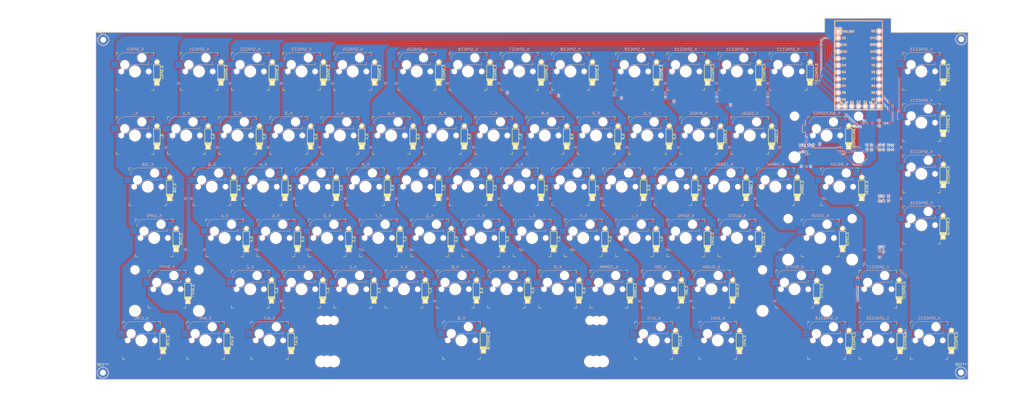
<source format=kicad_pcb>
(kicad_pcb (version 20221018) (generator pcbnew)
  (layers (0 "F.Cu" signal) (31 "B.Cu" signal) (34 "B.Paste" user) (35 "F.Paste" user) (36 "B.SilkS" user "B.Silkscreen") (37 "F.SilkS" user "F.Silkscreen") (38 "B.Mask" user) (39 "F.Mask" user) (44 "Edge.Cuts" user))
  (net 0 "")
  (net 1 "/col16")
  (footprint "keyboard_parts:D_SOD123_axial" (layer "F.Cu") (at 232.32 140.95 90)
    (fp_text reference "D_5")
    (fp_text value "D" hide)
  )
  (footprint "keyboard_parts:D_SOD123_axial" (layer "F.Cu") (at 274.95 198.2 90)
    (fp_text reference "D_N")
    (fp_text value "D" hide)
  )
  (footprint "keyswitches:Kailh_socket_MX_led stab" (layer "F.Cu") (at 383.73625 178.68)
    (fp_text reference "K_ENTER")
    (fp_text value "KEYSW")
  )
  (footprint "keyboard_parts:D_SOD123_axial" (layer "F.Cu") (at 382.45 198.43 90)
    (fp_text reference "D_SHIFT1")
    (fp_text value "D" hide)
  )
  (footprint "keyboard_parts:D_SOD123_axial" (layer "F.Cu") (at 429.5075 117.17 90)
    (fp_text reference "D_SPACE13")
    (fp_text value "D" hide)
  )
  (footprint "keyboard_parts:D_SOD123_axial" (layer "F.Cu") (at 218.0525 117.17 90)
    (fp_text reference "D_SPACE4")
    (fp_text value "D" hide)
  )
  (footprint "keyswitches:Kailh_socket_MX" (layer "F.Cu") (at 290.8675 159.63)
    (fp_text reference "K_I")
    (fp_text value "KEYSW")
  )
  (footprint "keyswitches:Kailh_socket_MX" (layer "F.Cu") (at 338.4925 140.58)
    (fp_text reference "K_MINUS")
    (fp_text value "KEYSW")
  )
  (footprint "keyswitches:Kailh_socket_MX" (layer "F.Cu") (at 295.63 178.68)
    (fp_text reference "K_K")
    (fp_text value "KEYSW")
  )
  (footprint "keyswitches:Kailh_socket_MX" (layer "F.Cu") (at 243.2425 140.58)
    (fp_text reference "K_6")
    (fp_text value "KEYSW")
  )
  (footprint "keyboard_parts:D_SOD123_axial" (layer "F.Cu") (at 203.745 160 90)
    (fp_text reference "D_E")
    (fp_text value "D" hide)
  )
  (footprint "keyboard_parts:D_SOD123_axial" (layer "F.Cu") (at 170.33 179.1 90)
    (fp_text reference "D_A")
    (fp_text value "D" hide)
  )
  (footprint "keyboard_parts:D_SOD123_axial" (layer "F.Cu") (at 194.22 140.95 90)
    (fp_text reference "D_3")
    (fp_text value "D" hide)
  )
  (footprint "keyboard_parts:D_SOD123_axial" (layer "F.Cu") (at 251.37 140.95 90)
    (fp_text reference "D_6")
    (fp_text value "D" hide)
  )
  (footprint "keyboard_parts:D_SOD123_axial" (layer "F.Cu") (at 198.75 198.2 90)
    (fp_text reference "D_X")
    (fp_text value "D" hide)
  )
  (footprint "keyswitches:Kailh_socket_MX" (layer "F.Cu") (at 343.255 197.73)
    (fp_text reference "K_SLASH")
    (fp_text value "KEYSW")
  )
  (footprint "keyboard_parts:D_SOD123_axial" (layer "F.Cu") (at 298.995 160 90)
    (fp_text reference "D_I")
    (fp_text value "D" hide)
  )
  (footprint "keyboard_parts:D_SOD123_axial" (layer "F.Cu") (at 289.47 140.95 90)
    (fp_text reference "D_8")
    (fp_text value "D" hide)
  )
  (footprint "keyboard_parts:D_SOD123_axial" (layer "F.Cu") (at 227.48 179.1 90)
    (fp_text reference "D_F")
    (fp_text value "D" hide)
  )
  (footprint "keyswitches:Kailh_socket_MX" (layer "F.Cu") (at 195.6175 159.63)
    (fp_text reference "K_E")
    (fp_text value "KEYSW")
  )
  (footprint "keyboard_parts:D_SOD123_axial" (layer "F.Cu") (at 284.63 179.1 90)
    (fp_text reference "D_J")
    (fp_text value "D" hide)
  )
  (footprint "keyboard_parts:D_SOD123_axial" (layer "F.Cu") (at 429.4875 136.1875 90)
    (fp_text reference "D_SPACE14")
    (fp_text value "D" hide)
  )
  (footprint "keyswitches:Kailh_socket_MX" (layer "F.Cu") (at 257.53 178.68)
    (fp_text reference "K_H")
    (fp_text value "KEYSW")
  )
  (footprint "keyswitches:Kailh_socket_MX" (layer "F.Cu") (at 271.8175 116.7675)
    (fp_text reference "K_SPACE7")
    (fp_text value "KEYSW")
  )
  (footprint "keyboard_parts:D_SOD123_axial" (layer "F.Cu") (at 217.8 198.2 90)
    (fp_text reference "D_C")
    (fp_text value "D" hide)
  )
  (footprint "keyswitches:Kailh_socket_MX" (layer "F.Cu") (at 147.9925 140.58)
    (fp_text reference "K_1")
    (fp_text value "KEYSW")
  )
  (footprint "keyboard_parts:D_SOD123_axial" (layer "F.Cu") (at 137.07 140.95 90)
    (fp_text reference "D_`")
    (fp_text value "D" hide)
  )
  (footprint "keyswitches:Kailh_socket_MX" (layer "F.Cu") (at 271.8175 159.63)
    (fp_text reference "K_U")
    (fp_text value "KEYSW")
  )
  (footprint "keyswitches:Kailh_socket_MX" (layer "F.Cu") (at 390.88 159.63)
    (fp_text reference "K_BSLSH")
    (fp_text value "KEYSW")
  )
  (footprint "keyboard_parts:D_SOD123_axial" (layer "F.Cu") (at 165.645 160 90)
    (fp_text reference "D_Q")
    (fp_text value "D" hide)
  )
  (footprint "keyboard_parts:D_SOD123_axial" (layer "F.Cu") (at 413.46 216.97 90)
    (fp_text reference "D_SPACE20")
    (fp_text value "D" hide)
  )
  (footprint "keyswitches:Kailh_socket_MX" (layer "F.Cu") (at 250.35 216.76)
    (fp_text reference "K_B")
    (fp_text value "KEYSW")
  )
  (footprint "keyswitches:Kailh_socket_MX" (layer "F.Cu") (at 309.9175 159.63)
    (fp_text reference "K_O")
    (fp_text value "KEYSW")
  )
  (footprint "keyboard_parts:D_SOD123_axial" (layer "F.Cu") (at 329.89 217 90)
    (fp_text reference "D_ALT1")
    (fp_text value "D" hide)
  )
  (footprint "keyswitches:Kailh_socket_MX" (layer "F.Cu") (at 176.5675 159.63)
    (fp_text reference "K_W")
    (fp_text value "KEYSW")
  )
  (footprint "keyswitches:Kailh_socket_MX" (layer "F.Cu") (at 319.4425 140.58)
    (fp_text reference "K_0")
    (fp_text value "KEYSW")
  )
  (footprint "keyswitches:Kailh_socket_MX" (layer "F.Cu") (at 136.08625 178.68)
    (fp_text reference "K_CAPS")
    (fp_text value "KEYSW")
  )
  (footprint "keyswitches:Kailh_socket_MX" (layer "F.Cu") (at 371.83 116.7675)
    (fp_text reference "K_SPACE12")
    (fp_text value "KEYSW")
  )
  (footprint "keyswitches:Kailh_socket_MX" (layer "F.Cu") (at 157.5175 159.63)
    (fp_text reference "K_Q")
    (fp_text value "KEYSW")
  )
  (footprint "keyswitches:Kailh_socket_MX" (layer "F.Cu") (at 214.6675 159.63)
    (fp_text reference "K_R")
    (fp_text value "KEYSW")
  )
  (footprint "keyboard_parts:D_SOD123_axial" (layer "F.Cu") (at 365.67 140.95 90)
    (fp_text reference "D_EQUAL")
    (fp_text value "D" hide)
  )
  (footprint "keyswitches:Kailh_socket_MX" (layer "F.Cu") (at 276.58 178.68)
    (fp_text reference "K_J")
    (fp_text value "KEYSW")
  )
  (footprint "keyboard_parts:D_SOD123_axial" (layer "F.Cu") (at 179.9525 117.17 90)
    (fp_text reference "D_SPACE2")
    (fp_text value "D" hide)
  )
  (footprint "keyswitches:Kailh_socket_MX" (layer "F.Cu") (at 328.9675 159.63)
    (fp_text reference "K_P")
    (fp_text value "KEYSW")
  )
  (footprint "keyswitches:Kailh_socket_MX" (layer "F.Cu") (at 200.38 178.68)
    (fp_text reference "K_D")
    (fp_text value "KEYSW")
  )
  (footprint "keyboard_parts:D_SOD123_axial" (layer "F.Cu") (at 144.25 179.07 90)
    (fp_text reference "D_CAPS")
    (fp_text value "D" hide)
  )
  (footprint "keyswitches:Kailh_socket_MX" (layer "F.Cu") (at 209.905 116.7675)
    (fp_text reference "K_SPACE4")
    (fp_text value "KEYSW")
  )
  (footprint "keyswitches:Kailh_socket_MX" (layer "F.Cu") (at 248.005 197.73)
    (fp_text reference "K_B")
    (fp_text value "KEYSW")
  )
  (footprint "keyswitches:Kailh_socket_MX" (layer "F.Cu") (at 324.205 197.73)
    (fp_text reference "K_DOT")
    (fp_text value "KEYSW")
  )
  (footprint "keyswitches:Kailh_socket_MX" (layer "F.Cu") (at 233.7175 116.7675)
    (fp_text reference "K_SPACE5")
    (fp_text value "KEYSW")
  )
  (footprint "keyboard_parts:D_SOD123_axial" (layer "F.Cu") (at 327.57 140.95 90)
    (fp_text reference "D_0")
    (fp_text value "D" hide)
  )
  (footprint "keyboard_parts:D_SOD123_axial" (layer "F.Cu") (at 303.68 179.1 90)
    (fp_text reference "D_K")
    (fp_text value "D" hide)
  )
  (footprint "keyboard_parts:D_SOD123_axial" (layer "F.Cu") (at 360.9275 117.17 90)
    (fp_text reference "D_SPACE11")
    (fp_text value "D" hide)
  )
  (footprint "keyboard_parts:D_SOD123_axial" (layer "F.Cu") (at 351.15 198.2 90)
    (fp_text reference "D_SLASH")
    (fp_text value "D" hide)
  )
  (footprint "keyboard_parts:D_SOD123_axial" (layer "F.Cu") (at 318.045 160 90)
    (fp_text reference "D_O")
    (fp_text value "D" hide)
  )
  (footprint "keyboard_parts:D_SOD123_axial" (layer "F.Cu") (at 341.78 179.1 90)
    (fp_text reference "D_SEMIC")
    (fp_text value "D" hide)
  )
  (footprint "keyboard_parts:D_SOD123_axial" (layer "F.Cu") (at 265.58 179.1 90)
    (fp_text reference "D_H")
    (fp_text value "D" hide)
  )
  (footprint "keyboard_parts:D_SOD123_axial" (layer "F.Cu") (at 294 198.2 90)
    (fp_text reference "D_M")
    (fp_text value "D" hide)
  )
  (footprint "keyboard_parts:D_SOD123_axial" (layer "F.Cu") (at 199.0025 117.17 90)
    (fp_text reference "D_SPACE3")
    (fp_text value "D" hide)
  )
  (footprint "keyswitches:Kailh_socket_MX" (layer "F.Cu") (at 181.33 178.68)
    (fp_text reference "K_S")
    (fp_text value "KEYSW")
  )
  (footprint "keyswitches:Kailh_socket_MX" (layer "F.Cu") (at 152.755 116.7675)
    (fp_text reference "K_SPACE1")
    (fp_text value "KEYSW")
  )
  (footprint "keyswitches:Kailh_socket_MX" (layer "F.Cu") (at 190.855 116.7675)
    (fp_text reference "K_SPACE3")
    (fp_text value "KEYSW")
  )
  (footprint "keyswitches:Kailh_socket_MX" (layer "F.Cu") (at 367.0675 159.63)
    (fp_text reference "K_OBRAC")
    (fp_text value "KEYSW")
  )
  (footprint "MountingHole:MountingHole_2.2mm_M2_DIN965_Pad" (layer "F.Cu") (at 117.11 105.01)
    (fp_text reference "REF**")
    (fp_text value "MountingHole_2.2mm_M2_DIN965_Pad")
  )
  (footprint "keyswitches:Kailh_socket_MX" (layer "F.Cu") (at 167.0425 140.58)
    (fp_text reference "K_2")
    (fp_text value "KEYSW")
  )
  (footprint "keyboard_parts:D_SOD123_axial" (layer "F.Cu") (at 360.83 179.1 90)
    (fp_text reference "D_QUOTE")
    (fp_text value "D" hide)
  )
  (footprint "keyboard_parts:D_SOD123_axial" (layer "F.Cu") (at 148.63 198.3 90)
    (fp_text reference "D_SHIFT")
    (fp_text value "D" hide)
  )
  (footprint "keyboard_parts:D_SOD123_axial" (layer "F.Cu") (at 394.41 216.97 90)
    (fp_text reference "D_SPACE19")
    (fp_text value "D" hide)
  )
  (footprint "keyboard_parts:D_SOD123_axial" (layer "F.Cu") (at 337.095 160 90)
    (fp_text reference "D_P")
    (fp_text value "D" hide)
  )
  (footprint "keyswitches:Kailh_socket_MX" (layer "F.Cu") (at 190.855 197.73)
    (fp_text reference "K_X")
    (fp_text value "KEYSW")
  )
  (footprint "keyboard_parts:D_SOD123_axial" (layer "F.Cu") (at 139.39 217 90)
    (fp_text reference "D_CTRL")
    (fp_text value "D" hide)
  )
  (footprint "keyswitches:Kailh_socket_MX" (layer "F.Cu") (at 186.0925 140.58)
    (fp_text reference "K_3")
    (fp_text value "KEYSW")
  )
  (footprint "keyswitches:Kailh_socket_MX" (layer "F.Cu") (at 155.13625 216.78)
    (fp_text reference "K_WIN")
    (fp_text value "KEYSW")
  )
  (footprint "keyboard_parts:D_SOD123_axial" (layer "F.Cu") (at 179.7 198.2 90)
    (fp_text reference "D_Z")
    (fp_text value "D" hide)
  )
  (footprint "keyswitches:Kailh_socket_MX" (layer "F.Cu") (at 178.94875 216.78)
    (fp_text reference "K_ALT")
    (fp_text value "KEYSW")
  )
  (footprint "keyboard_parts:D_SOD123_axial" (layer "F.Cu") (at 184.695 160 90)
    (fp_text reference "D_W")
    (fp_text value "D" hide)
  )
  (footprint "keyboard_parts:D_SOD123_axial" (layer "F.Cu") (at 299.015 117.17 90)
    (fp_text reference "D_SPACE8")
    (fp_text value "D" hide)
  )
  (footprint "MX_Alps_Hybrid-master:MXOnly-6.25U-NoSwitch" (layer "F.Cu") (at 248.15 216.33)
    (fp_text reference "REF**")
    (fp_text value "6.25U")
  )
  (footprint "keyswitches:Kailh_socket_MX" (layer "F.Cu") (at 405.1675 197.73)
    (fp_text reference "K_SPACE17")
    (fp_text value "KEYSW")
  )
  (footprint "keyboard_parts:D_SOD123_axial" (layer "F.Cu") (at 341.8775 117.17 90)
    (fp_text reference "D_SPACE10")
    (fp_text value "D" hide)
  )
  (footprint "keyboard_parts:D_SOD123_axial" (layer "F.Cu") (at 353.7025 217 90)
    (fp_text reference "D_WIN1")
    (fp_text value "D" hide)
  )
  (footprint "keyswitches:Kailh_socket_MX_led stab" (layer "F.Cu") (at 374.21125 197.73)
    (fp_text reference "K_SHIFT1")
    (fp_text value "KEYSW")
  )
  (footprint "keyboard_parts:D_SOD123_axial" (layer "F.Cu") (at 236.85 198.2 90)
    (fp_text reference "D_V")
    (fp_text value "D" hide)
  )
  (footprint "keyswitches:Kailh_socket_MX" (layer "F.Cu") (at 133.705 159.63)
    (fp_text reference "K_TAB")
    (fp_text value "KEYSW")
  )
  (footprint "keyboard_parts:D_SOD123_axial" (layer "F.Cu") (at 189.38 179.1 90)
    (fp_text reference "D_S")
    (fp_text value "D" hide)
  )
  (footprint "keyboard_parts:D_SOD123_axial" (layer "F.Cu") (at 246.53 179.1 90)
    (fp_text reference "D_G")
    (fp_text value "D" hide)
  )
  (footprint "keyboard_parts:D_SOD123_axial" (layer "F.Cu") (at 241.865 117.17 90)
    (fp_text reference "D_SPACE5")
    (fp_text value "D" hide)
  )
  (footprint "keyswitches:Kailh_socket_MX" (layer "F.Cu") (at 224.1925 140.58)
    (fp_text reference "K_5")
    (fp_text value "KEYSW")
  )
  (footprint "keyboard_parts:D_SOD123_axial" (layer "F.Cu") (at 258.5 216.79 90)
    (fp_text reference "D_SPACE18")
    (fp_text value "D" hide)
  )
  (footprint "keyboard_parts:D_SOD123_axial" (layer "F.Cu") (at 141.86 160.06 90)
    (fp_text reference "D_TAB")
    (fp_text value "D" hide)
  )
  (footprint "keyswitches:Kailh_socket_MX" (layer "F.Cu") (at 421.36 154.8675)
    (fp_text reference "K_SPACE15")
    (fp_text value "KEYSW")
  )
  (footprint "keyboard_parts:D_SOD123_axial" (layer "F.Cu") (at 260.895 160 90)
    (fp_text reference "D_Y")
    (fp_text value "D" hide)
  )
  (footprint "keyswitches:Kailh_socket_MX" (layer "F.Cu") (at 252.7675 116.7675)
    (fp_text reference "K_SPACE6")
    (fp_text value "KEYSW")
  )
  (footprint "keyswitches:Kailh_socket_MX" (layer "F.Cu") (at 209.905 197.73)
    (fp_text reference "K_C")
    (fp_text value "KEYSW")
  )
  (footprint "keyboard_parts:D_SOD123_axial" (layer "F.Cu") (at 175.17 140.95 90)
    (fp_text reference "D_2")
    (fp_text value "D" hide)
  )
  (footprint "MountingHole:MountingHole_2.2mm_M2_DIN965_Pad" (layer "F.Cu") (at 436.07 228.7)
    (fp_text reference "REF**")
    (fp_text value "MountingHole_2.2mm_M2_DIN965_Pad")
  )
  (footprint "MountingHole:MountingHole_2.2mm_M2_DIN965_Pad" (layer "F.Cu") (at 117.02 228.77)
    (fp_text reference "REF**")
    (fp_text value "MountingHole_2.2mm_M2_DIN965_Pad")
  )
  (footprint "keyboard_parts:D_SOD123_axial" (layer "F.Cu") (at 163.2025 217 90)
    (fp_text reference "D_WIN")
    (fp_text value "D" hide)
  )
  (footprint "keyboard_parts:D_SOD123_axial" (layer "F.Cu") (at 255.9 198.2 90)
    (fp_text reference "D_B")
    (fp_text value "D" hide)
  )
  (footprint "keyswitches:Kailh_socket_MX" (layer "F.Cu") (at 421.36 116.7675)
    (fp_text reference "K_SPACE13")
    (fp_text value "KEYSW")
  )
  (footprint "keyboard_parts:D_SOD123_axial" (layer "F.Cu") (at 356.145 160 90)
    (fp_text reference "D_CBRAC")
    (fp_text value "D" hide)
  )
  (footprint "keyswitches:Kailh_socket_MX" (layer "F.Cu") (at 421.36 173.9175)
    (fp_text reference "K_SPACE16")
    (fp_text value "KEYSW")
  )
  (footprint "keyswitches:Kailh_socket_MX" (layer "F.Cu") (at 171.805 116.7675)
    (fp_text reference "K_SPACE2")
    (fp_text value "KEYSW")
  )
  (footprint "keyboard_parts:D_SOD123_axial" (layer "F.Cu") (at 332.1 198.2 90)
    (fp_text reference "D_DOT")
    (fp_text value "D" hide)
  )
  (footprint "keyswitches:Kailh_socket_MX" (layer "F.Cu") (at 314.68 116.7675)
    (fp_text reference "K_SPACE9")
    (fp_text value "KEYSW")
  )
  (footprint "keyswitches:Kailh_socket_MX" (layer "F.Cu") (at 352.78 116.7675)
    (fp_text reference "K_SPACE11")
    (fp_text value "KEYSW")
  )
  (footprint "keyswitches:Kailh_socket_MX" (layer "F.Cu") (at 421.36 135.8175)
    (fp_text reference "K_SPACE14")
    (fp_text value "KEYSW")
  )
  (footprint "keyboard_parts:D_SOD123_axial" (layer "F.Cu") (at 241.845 160 90)
    (fp_text reference "D_T")
    (fp_text value "D" hide)
  )
  (footprint "keyswitches:Kailh_socket_MX" (layer "F.Cu") (at 424.2175 216.78)
    (fp_text reference "K_SPACE21")
    (fp_text value "KEYSW")
  )
  (footprint "keyboard_parts:D_SOD123_axial" (layer "F.Cu") (at 208.43 179.1 90)
    (fp_text reference "D_D")
    (fp_text value "D" hide)
  )
  (footprint "keyswitches:Kailh_socket_MX" (layer "F.Cu") (at 262.2925 140.58)
    (fp_text reference "K_7")
    (fp_text value "KEYSW")
  )
  (footprint "keyswitches:Kailh_socket_MX" (layer "F.Cu") (at 290.8675 116.7675)
    (fp_text reference "K_SPACE8")
    (fp_text value "KEYSW")
  )
  (footprint "MountingHole:MountingHole_2.2mm_M2_DIN965_Pad" (layer "F.Cu") (at 436.18 104.79)
    (fp_text reference "REF**")
    (fp_text value "MountingHole_2.2mm_M2_DIN965_Pad")
  )
  (footprint "keyswitches:Kailh_socket_MX" (layer "F.Cu") (at 352.78 178.68)
    (fp_text reference "K_QUOTE")
    (fp_text value "KEYSW")
  )
  (footprint "keyboard_parts:D_SOD123_axial" (layer "F.Cu") (at 137.09 117.17 90)
    (fp_text reference "D_SPACE")
    (fp_text value "D" hide)
  )
  (footprint "keyswitches:Kailh_socket_MX" (layer "F.Cu") (at 357.5425 140.58)
    (fp_text reference "K_EQUAL")
    (fp_text value "KEYSW")
  )
  (footprint "keyswitches:Kailh_socket_MX" (layer "F.Cu") (at 314.68 178.68)
    (fp_text reference "K_L")
    (fp_text value "KEYSW")
  )
  (footprint "keyswitches:Kailh_socket_MX" (layer "F.Cu") (at 228.955 197.73)
    (fp_text reference "K_V")
    (fp_text value "KEYSW")
  )
  (footprint "keyboard_parts:D_SOD123_axial" (layer "F.Cu") (at 392.06 179.1 90)
    (fp_text reference "D_ENTER")
    (fp_text value "D" hide)
  )
  (footprint "keyboard_parts:D_SOD123_axial" (layer "F.Cu") (at 156.12 140.95 90)
    (fp_text reference "D_1")
    (fp_text value "D" hide)
  )
  (footprint "keyboard_parts:D_SOD123_axial" (layer "F.Cu") (at 279.965 117.17 90)
    (fp_text reference "D_SPACE7")
    (fp_text value "D" hide)
  )
  (footprint "keyswitches:Kailh_socket_MX" (layer "F.Cu") (at 345.63625 216.78)
    (fp_text reference "K_WIN1")
    (fp_text value "KEYSW")
  )
  (footprint "keyboard_parts:D_SOD123_axial" (layer "F.Cu") (at 222.795 160 90)
    (fp_text reference "D_R")
    (fp_text value "D" hide)
  )
  (footprint "keyswitches:Kailh_socket_MX" (layer "F.Cu") (at 171.805 197.73)
    (fp_text reference "K_Z")
    (fp_text value "KEYSW")
  )
  (footprint "keyboard_parts:D_SOD123_axial" (layer "F.Cu") (at 413.0625 198.2 90)
    (fp_text reference "D_SPACE17")
    (fp_text value "D" hide)
  )
  (footprint "keyswitches:Kailh_socket_MX" (layer "F.Cu") (at 321.82375 216.78)
    (fp_text reference "K_ALT1")
    (fp_text value "KEYSW")
  )
  (footprint "keyswitches:Kailh_socket_MX_led stab" (layer "F.Cu") (at 140.84875 197.73)
    (fp_text reference "K_SHIFT")
    (fp_text value "KEYSW")
  )
  (footprint "keyboard_parts:D_SOD123_axial" (layer "F.Cu") (at 313.05 198.2 90)
    (fp_text reference "D_COMMA")
    (fp_text value "D" hide)
  )
  (footprint "keyboard_parts:D_SOD123_axial" (layer "F.Cu") (at 213.27 140.95 90)
    (fp_text reference "D_4")
    (fp_text value "D" hide)
  )
  (footprint "keyboard_parts:D_SOD123_axial" (layer "F.Cu") (at 394.34 140.87 90)
    (fp_text reference "D_BACKSPACE")
    (fp_text value "D" hide)
  )
  (footprint "MX_Alps_Hybrid-master:MXOnly-6.25U-NoSwitch" (layer "F.Cu") (at 252.9699 216.325)
    (fp_text reference "REF**")
    (fp_text value "6.25U")
  )
  (footprint "keyswitches:Kailh_socket_MX" (layer "F.Cu") (at 267.055 197.73)
    (fp_text reference "K_N")
    (fp_text value "KEYSW")
  )
  (footprint "keyboard_parts:D_SOD123_axial" (layer "F.Cu") (at 429.4875 155.2375 90)
    (fp_text reference "D_SPACE15")
    (fp_text value "D" hide)
  )
  (footprint "keyboard_parts:D_SOD123_axial" (layer "F.Cu") (at 270.42 140.95 90)
    (fp_text reference "D_7")
    (fp_text value "D" hide)
  )
  (footprint "keyswitches:Kailh_socket_MX" (layer "F.Cu") (at 386.1175 216.78)
    (fp_text reference "K_SPACE19")
    (fp_text value "KEYSW")
  )
  (footprint "marbastlib-mx:STAB_MX_6u" (layer "F.Cu") (at 250.38625 216.78)
    (fp_text reference "K_SPACE18" hide)
    (fp_text value "KEYSW")
  )
  (footprint "keyswitches:Kailh_socket_MX" (layer "F.Cu") (at 131.32375 216.78)
    (fp_text reference "K_CTRL")
    (fp_text value "KEYSW")
  )
  (footprint "keyswitches:Kailh_socket_MX" (layer "F.Cu") (at 333.73 116.7675)
    (fp_text reference "K_SPACE10")
    (fp_text value "KEYSW")
  )
  (footprint "keyboard_parts:D_SOD123_axial" (layer "F.Cu") (at 429.41 174.3375 90)
    (fp_text reference "D_SPACE16")
    (fp_text value "D" hide)
  )
  (footprint "keyboard_parts:D_SOD123_axial" (layer "F.Cu") (at 379.9775 117.17 90)
    (fp_text reference "D_SPACE12")
    (fp_text value "D" hide)
  )
  (footprint "keyswitches:Kailh_socket_MX" (layer "F.Cu") (at 333.73 178.68)
    (fp_text reference "K_SEMIC")
    (fp_text value "KEYSW")
  )
  (footprint "keyswitches:Kailh_socket_MX" (layer "F.Cu") (at 305.155 197.73)
    (fp_text reference "K_COMMA")
    (fp_text value "KEYSW")
  )
  (footprint "keyswitches:Kailh_socket_MX" (layer "F.Cu") (at 233.7175 159.63)
    (fp_text reference "K_T")
    (fp_text value "KEYSW")
  )
  (footprint "keyboard_parts:D_SOD123_axial" (layer "F.Cu") (at 322.73 179.1 90)
    (fp_text reference "D_L")
    (fp_text value "D" hide)
  )
  (footprint "keyboard_parts:D_SOD123_axial" (layer "F.Cu") (at 322.8275 117.17 90)
    (fp_text reference "D_SPACE9")
    (fp_text value "D" hide)
  )
  (footprint "keyswitches:Kailh_socket_MX" (layer "F.Cu") (at 205.1425 140.58)
    (fp_text reference "K_4")
    (fp_text value "KEYSW")
  )
  (footprint "keyswitches:Kailh_socket_MX" (layer "F.Cu") (at 405.1675 216.78)
    (fp_text reference "K_SPACE20")
    (fp_text value "KEYSW")
  )
  (footprint "keyboard_parts:D_SOD123_axial" (layer "F.Cu") (at 375.195 160 90)
    (fp_text reference "D_OBRAC")
    (fp_text value "D" hide)
  )
  (footprint "keyboard_parts:D_SOD123_axial" (layer "F.Cu") (at 399.2 160.03 90)
    (fp_text reference "D_BSLSH")
    (fp_text value "D" hide)
  )
  (footprint "keyswitches:Kailh_socket_MX" (layer "F.Cu") (at 286.105 197.73)
    (fp_text reference "K_M")
    (fp_text value "KEYSW")
  )
  (footprint "keyboard_parts:D_SOD123_axial" (layer "F.Cu") (at 187.015 217 90)
    (fp_text reference "D_ALT")
    (fp_text value "D" hide)
  )
  (footprint "keyboard_parts:D_SOD123_axial" (layer "F.Cu") (at 279.945 160 90)
    (fp_text reference "D_U")
    (fp_text value "D" hide)
  )
  (footprint "keyswitches:Kailh_socket_MX" (layer "F.Cu") (at 128.9425 116.7675)
    (fp_text reference "K_SPACE")
    (fp_text value "KEYSW")
  )
  (footprint "keyboard_parts:D_SOD123_axial" (layer "F.Cu") (at 308.52 140.95 90)
    (fp_text reference "D_9")
    (fp_text value "D" hide)
  )
  (footprint "keyboard_parts:D_SOD123_axial" (layer "F.Cu") (at 432.51 216.97 90)
    (fp_text reference "D_SPACE21")
    (fp_text value "D" hide)
  )
  (footprint "keyboard_parts:D_SOD123_axial" (layer "F.Cu") (at 346.62 140.95 90)
    (fp_text reference "D_MINUS")
    (fp_text value "D" hide)
  )
  (footprint "keyswitches:Kailh_socket_MX" (layer "F.Cu") (at 348.0175 159.63)
    (fp_text reference "K_CBRAC")
    (fp_text value "KEYSW")
  )
  (footprint "keyswitches:Kailh_socket_MX" (layer "F.Cu") (at 281.3425 140.58)
    (fp_text reference "K_8")
    (fp_text value "KEYSW")
  )
  (footprint "keyswitches:Kailh_socket_MX" (layer "F.Cu") (at 219.43 178.68)
    (fp_text reference "K_F")
    (fp_text value "KEYSW")
  )
  (footprint "keyswitches:Kailh_socket_MX" (layer "F.Cu") (at 252.7675 159.63)
    (fp_text reference "K_Y")
    (fp_text value "KEYSW")
  )
  (footprint "keyswitches:Kailh_socket_MX" (layer "F.Cu") (at 300.3925 140.58)
    (fp_text reference "K_9")
    (fp_text value "KEYSW")
  )
  (footprint "keyboard_parts:D_SOD123_axial" (layer "F.Cu") (at 260.915 117.17 90)
    (fp_text reference "D_SPACE6")
    (fp_text value "D" hide)
  )
  (footprint "keyboard_parts:D_SOD123_axial" (layer "F.Cu") (at 160.9025 117.17 90)
    (fp_text reference "D_SPACE1")
    (fp_text value "D" hide)
  )
  (footprint "keyswitches:Kailh_socket_MX" (layer "F.Cu") (at 162.28 178.68)
    (fp_text reference "K_A")
    (fp_text value "KEYSW")
  )
  (footprint "keyswitches:Kailh_socket_MX" (layer "F.Cu") (at 128.9425 140.58)
    (fp_text reference "K_`")
    (fp_text value "KEYSW")
  )
  (footprint "keyswitches:Kailh_socket_MX_led stab" (layer "F.Cu") (at 386.1175 140.58)
    (fp_text reference "K_BACKSPACE")
    (fp_text value "KEYSW")
  )
  (footprint "keyswitches:Kailh_socket_MX" (layer "F.Cu") (at 238.48 178.68)
    (fp_text reference "K_G")
    (fp_text value "KEYSW")
  )
  (footprint "Keebio-Parts:Elite-C" (layer "F.Cu") (at 398 115.74 -90)
    (fp_text reference "U1" hide)
    (fp_text value "Elite-C" hide)
  )
  (gr_line (start 385.36 97.04) (end 410.1 97.02) (stroke (width 0.2)) (layer "Edge.Cuts"))
  (gr_line (start 410.1 97.02) (end 410.08 102.27) (stroke (width 0.2)) (layer "Edge.Cuts"))
  (gr_arc (start 438.7425 231.305) (mid 438.7425 231.305) (end 438.7425 231.305) (stroke (width 0.2)) (layer "Edge.Cuts"))
  (gr_arc (start 114.4175 102.2425) (mid 114.4175 102.2425) (end 114.4175 102.2425) (stroke (width 0.2)) (layer "Edge.Cuts"))
  (gr_arc (start 114.4175 231.305) (mid 114.4175 231.305) (end 114.4175 231.305) (stroke (width 0.2)) (layer "Edge.Cuts"))
  (gr_line (start 438.7425 102.2425) (end 438.7425 231.305) (stroke (width 0.2)) (layer "Edge.Cuts"))
  (gr_line (start 410.08 102.27) (end 438.7425 102.2425) (stroke (width 0.2)) (layer "Edge.Cuts"))
  (gr_line (start 385.36 102.19) (end 114.4175 102.2425) (stroke (width 0.2)) (layer "Edge.Cuts"))
  (gr_line (start 114.4175 231.305) (end 114.4175 102.2425) (stroke (width 0.2)) (layer "Edge.Cuts"))
  (gr_line (start 438.7425 231.305) (end 114.4175 231.305) (stroke (width 0.2)) (layer "Edge.Cuts"))
  (gr_line (start 385.36 102.19) (end 385.36 97.04) (stroke (width 0.2)) (layer "Edge.Cuts"))
  (segment (start 384.08 105.22) (end 384.1 105.22) (width 0.2) (layer "F.Cu") (net 0))
  (segment (start 376.26 142.86) (end 376.49 143.09) (width 0.25) (layer "F.Cu") (net 0))
  (segment (start 377.35 140.4) (end 377.35 129.46) (width 0.25) (layer "F.Cu") (net 0))
  (segment (start 377.62 146.45) (end 400.6 146.45) (width 0.25) (layer "F.Cu") (net 0))
  (segment (start 396.6 99.27) (end 391.56 104.31) (width 0.2) (layer "F.Cu") (net 0))
  (segment (start 412.13 164.03) (end 422.71 164.03) (width 0.25) (layer "F.Cu") (net 0))
  (segment (start 400.54 131.04) (end 400.54 129.71) (width 0.25) (layer "F.Cu") (net 0))
  (segment (start 431.26 121.07) (end 431.91 120.42) (width 0.2) (layer "F.Cu") (net 0))
  (segment (start 405.87 185.75) (end 408.43 185.75) (width 0.25) (layer "F.Cu") (net 0))
  (segment (start 381.97 143.73) (end 383.57 143.73) (width 0.25) (layer "F.Cu") (net 0))
  (segment (start 408.71 101.7) (end 406.28 99.27) (width 0.2) (layer "F.Cu") (net 0))
  (segment (start 378.05 128.53) (end 378.05 139.81) (width 0.25) (layer "F.Cu") (net 0))
  (segment (start 376.04 130.75) (end 376.28 130.99) (width 0.25) (layer "F.Cu") (net 0))
  (segment (start 402.8 147.66) (end 402.8 145.95) (width 0.25) (layer "F.Cu") (net 0))
  (segment (start 385.01 104.31) (end 390.38 104.31) (width 0.2) (layer "F.Cu") (net 0))
  (segment (start 162.78 202.13) (end 162.71 202.2) (width 0.25) (layer "F.Cu") (net 0))
  (segment (start 415.58 221.18) (end 144.53 221.18) (width 0.25) (layer "F.Cu") (net 0))
  (segment (start 391.56 104.31) (end 390.38 104.31) (width 0.2) (layer "F.Cu") (net 0))
  (segment (start 407.07 163.02) (end 407.27 162.82) (width 0.2) (layer "F.Cu") (net 0))
  (segment (start 399.17 151.29) (end 400.45 150.01) (width 0.25) (layer "F.Cu") (net 0))
  (segment (start 412.13 164.03) (end 410.68 162.58) (width 0.25) (layer "F.Cu") (net 0))
  (segment (start 138.9675 121.1675) (end 138.87 121.07) (width 0.25) (layer "F.Cu") (net 0))
  (segment (start 409.18 144.04) (end 409.18 120.57) (width 0.25) (layer "F.Cu") (net 0))
  (segment (start 410.24 183.08) (end 422.53 183.08) (width 0.25) (layer "F.Cu") (net 0))
  (segment (start 162.71 202.2) (end 148.63 202.2) (width 0.25) (layer "F.Cu") (net 0))
  (segment (start 138.87 121.07) (end 137.09 121.07) (width 0.25) (layer "F.Cu") (net 0))
  (segment (start 376.75 127.23) (end 378.05 128.53) (width 0.25) (layer "F.Cu") (net 0))
  (segment (start 376.78 141.25) (end 376.78 130.25) (width 0.25) (layer "F.Cu") (net 0))
  (segment (start 413.0625 202.1) (end 394.92 202.1) (width 0.2) (layer "F.Cu") (net 0))
  (segment (start 377.24 142.55) (end 377.68 142.99) (width 0.25) (layer "F.Cu") (net 0))
  (segment (start 406.28 99.27) (end 396.6 99.27) (width 0.2) (layer "F.Cu") (net 0))
  (segment (start 410.68 162.58) (end 410.68 145.86) (width 0.25) (layer "F.Cu") (net 0))
  (segment (start 401.16 144) (end 401.16 131.66) (width 0.25) (layer "F.Cu") (net 0))
  (segment (start 422.71 164.03) (end 427.6025 159.1375) (width 0.25) (layer "F.Cu") (net 0))
  (segment (start 427.3725 178.2375) (end 429.41 178.2375) (width 0.25) (layer "F.Cu") (net 0))
  (segment (start 373.2 126.67) (end 309.85 126.67) (width 0.25) (layer "F.Cu") (net 0))
  (segment (start 148.4225 163.96) (end 141.86 163.96) (width 0.25) (layer "F.Cu") (net 0))
  (segment (start 400.6 146.45) (end 401.16 145.89) (width 0.25) (layer "F.Cu") (net 0))
  (segment (start 144.25 220.9) (end 139.39 220.9) (width 0.25) (layer "F.Cu") (net 0))
  (segment (start 397.35 137.18) (end 397.35 135.73) (width 0.25) (layer "F.Cu") (net 0))
  (segment (start 384.08 105.22) (end 384.06 105.24) (width 0.25) (layer "F.Cu") (net 0))
  (segment (start 405.63 137.01) (end 405.69 137.07) (width 0.25) (layer "F.Cu") (net 0))
  (segment (start 148.4925 164.03) (end 148.4225 163.96) (width 0.25) (layer "F.Cu") (net 0))
  (segment (start 360.66 129.16) (end 360.68 129.14) (width 0.25) (layer "F.Cu") (net 0))
  (segment (start 371.99 138.59) (end 376.26 142.86) (width 0.25) (layer "F.Cu") (net 0))
  (segment (start 427.6025 159.1375) (end 429.4875 159.1375) (width 0.25) (layer "F.Cu") (net 0))
  (segment (start 412.76 119.07) (end 405.62 111.93) (width 0.25) (layer "F.Cu") (net 0))
  (segment (start 412.76 144.98) (end 412.76 119.07) (width 0.25) (layer "F.Cu") (net 0))
  (segment (start 373.17 127.88) (end 376.04 130.75) (width 0.25) (layer "F.Cu") (net 0))
  (segment (start 350.39 129.16) (end 360.66 129.16) (width 0.25) (layer "F.Cu") (net 0))
  (segment (start 376.28 134.2) (end 376.28 141.59) (width 0.25) (layer "F.Cu") (net 0))
  (segment (start 376.52 146.86) (end 377.22 147.56) (width 0.25) (layer "F.Cu") (net 0))
  (segment (start 376.68 152.09) (end 376.65 152.12) (width 0.25) (layer "F.Cu") (net 0))
  (segment (start 408.71 105.45) (end 408.71 101.7) (width 0.2) (layer "F.Cu") (net 0))
  (segment (start 380.21 152.09) (end 376.68 152.09) (width 0.25) (layer "F.Cu") (net 0))
  (segment (start 377.22 147.56) (end 392.03 147.56) (width 0.25) (layer "F.Cu") (net 0))
  (segment (start 329.34 127.88) (end 373.17 127.88) (width 0.25) (layer "F.Cu") (net 0))
  (segment (start 397.65 201.28) (end 397.65 190.84) (width 0.25) (layer "F.Cu") (net 0))
  (segment (start 138.9675 144.98) (end 138.8375 144.85) (width 0.25) (layer "F.Cu") (net 0))
  (segment (start 422.53 183.08) (end 427.3725 178.2375) (width 0.25) (layer "F.Cu") (net 0))
  (segment (start 382.491396 121.1675) (end 138.9675 121.1675) (width 0.25) (layer "F.Cu") (net 0))
  (segment (start 424.595 144.98) (end 429.4875 140.0875) (width 0.25) (layer "F.Cu") (net 0))
  (segment (start 376.28 130.99) (end 376.28 134.2) (width 0.25) (layer "F.Cu") (net 0))
  (segment (start 409.18 120.57) (end 405.62 117.01) (width 0.25) (layer "F.Cu") (net 0))
  (segment (start 376.28 141.59) (end 377.24 142.55) (width 0.25) (layer "F.Cu") (net 0))
  (segment (start 374.16 124.64) (end 376.75 127.23) (width 0.25) (layer "F.Cu") (net 0))
  (segment (start 144.53 221.18) (end 144.25 220.9) (width 0.25) (layer "F.Cu") (net 0))
  (segment (start 397.65 190.84) (end 404.64 183.85) (width 0.25) (layer "F.Cu") (net 0))
  (segment (start 410.24 183.08) (end 153.255 183.08) (width 0.25) (layer "F.Cu") (net 0))
  (segment (start 377.68 142.99) (end 377.68 144.05) (width 0.25) (layer "F.Cu") (net 0))
  (segment (start 376.49 143.09) (end 376.49 144.01) (width 0.25) (layer "F.Cu") (net 0))
  (segment (start 384.06 119.598896) (end 382.491396 121.1675) (width 0.25) (layer "F.Cu") (net 0))
  (segment (start 401.16 131.66) (end 400.54 131.04) (width 0.25) (layer "F.Cu") (net 0))
  (segment (start 408.34 141.14) (end 408.34 122.27) (width 0.2) (layer "F.Cu") (net 0))
  (segment (start 409.16 182) (end 410.24 183.08) (width 0.25) (layer "F.Cu") (net 0))
  (segment (start 405.63 134.93) (end 405.63 137.01) (width 0.25) (layer "F.Cu") (net 0))
  (segment (start 377.35 129.46) (end 373.57 125.68) (width 0.25) (layer "F.Cu") (net 0))
  (segment (start 405.78 165.06) (end 405.76 165.04) (width 0.25) (layer "F.Cu") (net 0))
  (segment (start 411.56 108.3) (end 408.71 105.45) (width 0.2) (layer "F.Cu") (net 0))
  (segment (start 368.88 129.14) (end 371.04 131.3) (width 0.25) (layer "F.Cu") (net 0))
  (segment (start 405.78 181.98) (end 405.78 165.06) (width 0.25) (layer "F.Cu") (net 0))
  (segment (start 403.08 143.76) (end 403.08 129.71) (width 0.25) (layer "F.Cu") (net 0))
  (segment (start 371.99 136.98) (end 371.99 138.59) (width 0.25) (layer "F.Cu") (net 0))
  (segment (start 384.1 105.22) (end 385.01 104.31) (width 0.2) (layer "F.Cu") (net 0))
  (segment (start 395.46 133.84) (end 395.46 129.71) (width 0.25) (layer "F.Cu") (net 0))
  (segment (start 404.64 183.85) (end 407.16 183.85) (width 0.25) (layer "F.Cu") (net 0))
  (segment (start 376.78 130.25) (end 373.2 126.67) (width 0.25) (layer "F.Cu") (net 0))
  (segment (start 431.91 120.42) (end 431.91 110.54) (width 0.2) (layer "F.Cu") (net 0))
  (segment (start 398.59 137.27) (end 399.96 135.9) (width 0.25) (layer "F.Cu") (net 0))
  (segment (start 394.92 202.1) (end 394.89 202.13) (width 0.2) (layer "F.Cu") (net 0))
  (segment (start 371.04 131.3) (end 371.99 132.25) (width 0.25) (layer "F.Cu") (net 0))
  (segment (start 396.8 202.13) (end 397.65 201.28) (width 0.25) (layer "F.Cu") (net 0))
  (segment (start 392.03 147.56) (end 392.46 147.56) (width 0.25) (layer "F.Cu") (net 0))
  (segment (start 373.57 125.68) (end 286.52 125.68) (width 0.25) (layer "F.Cu") (net 0))
  (segment (start 396.24 135.64) (end 392.92 132.32) (width 0.25) (layer "F.Cu") (net 0))
  (segment (start 409.18 145.92) (end 409.18 163.01) (width 0.25) (layer "F.Cu") (net 0))
  (segment (start 415.58 221.18) (end 415.89 220.87) (width 0.25) (layer "F.Cu") (net 0))
  (segment (start 415.58 192.9) (end 415.58 221.18) (width 0.25) (layer "F.Cu") (net 0))
  (segment (start 396.24 137.07) (end 396.24 135.64) (width 0.25) (layer "F.Cu") (net 0))
  (segment (start 410.64 119.49) (end 405.62 114.47) (width 0.25) (layer "F.Cu") (net 0))
  (segment (start 405.77 163.03) (end 405.77 145.93) (width 0.25) (layer "F.Cu") (net 0))
  (segment (start 153.145 182.97) (end 144.25 182.97) (width 0.25) (layer "F.Cu") (net 0))
  (segment (start 410.64 144.1) (end 410.64 119.49) (width 0.25) (layer "F.Cu") (net 0))
  (segment (start 415.89 220.87) (end 432.51 220.87) (width 0.25) (layer "F.Cu") (net 0))
  (segment (start 379.605 144.075) (end 376.78 141.25) (width 0.25) (layer "F.Cu") (net 0))
  (segment (start 407.14 181.91) (end 407.14 164.99) (width 0.2) (layer "F.Cu") (net 0))
  (segment (start 407.4 123.87) (end 405.62 122.09) (width 0.25) (layer "F.Cu") (net 0))
  (segment (start 407.27 143.99) (end 407.27 142.21) (width 0.2) (layer "F.Cu") (net 0))
  (segment (start 378.05 139.81) (end 381.97 143.73) (width 0.25) (layer "F.Cu") (net 0))
  (segment (start 153.255 183.08) (end 153.145 182.97) (width 0.25) (layer "F.Cu") (net 0))
  (segment (start 360.68 129.14) (end 368.88 129.14) (width 0.25) (layer "F.Cu") (net 0))
  (segment (start 409.18 163.01) (end 409.16 163.03) (width 0.25) (layer "F.Cu") (net 0))
  (segment (start 392.92 132.32) (end 392.92 129.71) (width 0.25) (layer "F.Cu") (net 0))
  (segment (start 408.34 122.27) (end 405.62 119.55) (width 0.2) (layer "F.Cu") (net 0))
  (segment (start 408.43 185.75) (end 415.58 192.9) (width 0.25) (layer "F.Cu") (net 0))
  (segment (start 371.99 132.25) (end 371.99 136.98) (width 0.25) (layer "F.Cu") (net 0))
  (segment (start 405.77 143.97) (end 405.77 142.26) (width 0.25) (layer "F.Cu") (net 0))
  (segment (start 407.4 140.63) (end 407.4 123.87) (width 0.25) (layer "F.Cu") (net 0))
  (segment (start 407.27 142.21) (end 408.34 141.14) (width 0.2) (layer "F.Cu") (net 0))
  (segment (start 399.96 135.9) (end 399.96 135.05) (width 0.25) (layer "F.Cu") (net 0))
  (segment (start 138.9675 144.98) (end 412.76 144.98) (width 0.25) (layer "F.Cu") (net 0))
  (segment (start 409.16 164.87) (end 409.16 182) (width 0.25) (layer "F.Cu") (net 0))
  (segment (start 431.91 110.54) (end 429.67 108.3) (width 0.2) (layer "F.Cu") (net 0))
  (segment (start 148.4925 164.03) (end 412.13 164.03) (width 0.25) (layer "F.Cu") (net 0))
  (segment (start 396.8 202.13) (end 394.89 202.13) (width 0.25) (layer "F.Cu") (net 0))
  (segment (start 400.45 150.01) (end 402.8 147.66) (width 0.25) (layer "F.Cu") (net 0))
  (segment (start 402.85 143.99) (end 403.08 143.76) (width 0.25) (layer "F.Cu") (net 0))
  (segment (start 267.4 124.64) (end 374.16 124.64) (width 0.25) (layer "F.Cu") (net 0))
  (segment (start 412.76 144.98) (end 424.09 144.98) (width 0.25) (layer "F.Cu") (net 0))
  (segment (start 429.5075 121.07) (end 431.26 121.07) (width 0.2) (layer "F.Cu") (net 0))
  (segment (start 407.14 164.99) (end 407.15 164.98) (width 0.2) (layer "F.Cu") (net 0))
  (segment (start 397.35 135.73) (end 395.46 133.84) (width 0.25) (layer "F.Cu") (net 0))
  (segment (start 396.19 151.29) (end 399.17 151.29) (width 0.25) (layer "F.Cu") (net 0))
  (segment (start 384.06 105.24) (end 384.06 119.598896) (width 0.25) (layer "F.Cu") (net 0))
  (segment (start 424.09 144.98) (end 424.595 144.98) (width 0.25) (layer "F.Cu") (net 0))
  (segment (start 392.46 147.56) (end 396.19 151.29) (width 0.25) (layer "F.Cu") (net 0))
  (segment (start 429.67 108.3) (end 411.56 108.3) (width 0.2) (layer "F.Cu") (net 0))
  (segment (start 381.04 144.09) (end 377.35 140.4) (width 0.25) (layer "F.Cu") (net 0))
  (segment (start 381.08 144.09) (end 381.04 144.09) (width 0.25) (layer "F.Cu") (net 0))
  (segment (start 286.52 125.68) (end 286.46 125.74) (width 0.25) (layer "F.Cu") (net 0))
  (segment (start 405.77 142.26) (end 407.4 140.63) (width 0.25) (layer "F.Cu") (net 0))
  (segment (start 394.89 202.13) (end 162.78 202.13) (width 0.25) (layer "F.Cu") (net 0))
  (segment (start 138.8375 144.85) (end 137.07 144.85) (width 0.25) (layer "F.Cu") (net 0))
  (segment (start 409.17 145.93) (end 409.18 145.92) (width 0.25) (layer "F.Cu") (net 0))
  (segment (start 407.27 162.82) (end 407.27 145.88) (width 0.2) (layer "F.Cu") (net 0))
  (via (at 401.16 145.89) (size 0.8) (drill 0.4) (layers "F.Cu" "B.Cu") (net 0))
  (via (at 407.14 181.91) (size 0.8) (drill 0.4) (layers "F.Cu" "B.Cu") (net 0))
  (via (at 405.77 145.93) (size 0.8) (drill 0.4) (layers "F.Cu" "B.Cu") (net 0))
  (via (at 350.39 129.16) (size 0.8) (drill 0.4) (layers "F.Cu" "B.Cu") (net 0))
  (via (at 329.34 127.88) (size 0.8) (drill 0.4) (layers "F.Cu" "B.Cu") (net 0))
  (via (at 376.65 152.12) (size 0.8) (drill 0.4) (layers "F.Cu" "B.Cu") (net 0))
  (via (at 399.96 135.05) (size 0.8) (drill 0.4) (layers "F.Cu" "B.Cu") (net 0))
  (via (at 376.49 144.01) (size 0.8) (drill 0.4) (layers "F.Cu" "B.Cu") (net 0))
  (via (at 405.87 185.75) (size 0.8) (drill 0.4) (layers "F.Cu" "B.Cu") (net 0))
  (via (at 407.15 164.98) (size 0.8) (drill 0.4) (layers "F.Cu" "B.Cu") (net 0))
  (via (at 405.77 143.97) (size 0.8) (drill 0.4) (layers "F.Cu" "B.Cu") (net 0))
  (via (at 379.605 144.075) (size 0.8) (drill 0.4) (layers "F.Cu" "B.Cu") (net 0))
  (via (at 401.16 144) (size 0.8) (drill 0.4) (layers "F.Cu" "B.Cu") (net 0))
  (via (at 405.69 137.07) (size 0.8) (drill 0.4) (layers "F.Cu" "B.Cu") (net 0))
  (via (at 407.16 183.85) (size 0.8) (drill 0.4) (layers "F.Cu" "B.Cu") (net 0))
  (via (at 377.62 146.45) (size 0.8) (drill 0.4) (layers "F.Cu" "B.Cu") (net 0))
  (via (at 407.27 145.88) (size 0.8) (drill 0.4) (layers "F.Cu" "B.Cu") (net 0))
  (via (at 267.4 124.64) (size 0.8) (drill 0.4) (layers "F.Cu" "B.Cu") (net 0))
  (via (at 380.21 152.09) (size 0.8) (drill 0.4) (layers "F.Cu" "B.Cu") (net 0))
  (via (at 405.76 165.04) (size 0.8) (drill 0.4) (layers "F.Cu" "B.Cu") (net 0))
  (via (at 407.27 143.99) (size 0.8) (drill 0.4) (layers "F.Cu" "B.Cu") (net 0))
  (via (at 402.8 145.95) (size 0.8) (drill 0.4) (layers "F.Cu" "B.Cu") (net 0))
  (via (at 398.59 137.27) (size 0.8) (drill 0.4) (layers "F.Cu" "B.Cu") (net 0))
  (via (at 383.57 143.73) (size 0.8) (drill 0.4) (layers "F.Cu" "B.Cu") (net 0))
  (via (at 410.64 144.1) (size 0.8) (drill 0.4) (layers "F.Cu" "B.Cu") (net 0))
  (via (at 409.16 164.87) (size 0.8) (drill 0.4) (layers "F.Cu" "B.Cu") (net 0))
  (via (at 409.16 163.03) (size 0.8) (drill 0.4) (layers "F.Cu" "B.Cu") (net 0))
  (via (at 286.46 125.74) (size 0.8) (drill 0.4) (layers "F.Cu" "B.Cu") (net 0))
  (via (at 409.18 145.92) (size 0.8) (drill 0.4) (layers "F.Cu" "B.Cu") (net 0))
  (via (at 407.07 163.02) (size 0.8) (drill 0.4) (layers "F.Cu" "B.Cu") (net 0))
  (via (at 409.18 144.04) (size 0.8) (drill 0.4) (layers "F.Cu" "B.Cu") (net 0))
  (via (at 377.68 144.05) (size 0.8) (drill 0.4) (layers "F.Cu" "B.Cu") (net 0))
  (via (at 381.08 144.09) (size 0.8) (drill 0.4) (layers "F.Cu" "B.Cu") (net 0))
  (via (at 410.68 145.86) (size 0.8) (drill 0.4) (layers "F.Cu" "B.Cu") (net 0))
  (via (at 397.35 137.18) (size 0.8) (drill 0.4) (layers "F.Cu" "B.Cu") (net 0))
  (via (at 405.63 134.93) (size 0.8) (drill 0.4) (layers "F.Cu" "B.Cu") (net 0))
  (via (at 405.77 163.03) (size 0.8) (drill 0.4) (layers "F.Cu" "B.Cu") (net 0))
  (via (at 376.52 146.86) (size 0.8) (drill 0.4) (layers "F.Cu" "B.Cu") (net 0))
  (via (at 405.78 181.98) (size 0.8) (drill 0.4) (layers "F.Cu" "B.Cu") (net 0))
  (via (at 402.85 143.99) (size 0.8) (drill 0.4) (layers "F.Cu" "B.Cu") (net 0))
  (via (at 396.24 137.07) (size 0.8) (drill 0.4) (layers "F.Cu" "B.Cu") (net 0))
  (via (at 309.85 126.67) (size 0.8) (drill 0.4) (layers "F.Cu" "B.Cu") (net 0))
  (segment (start 149.9575 157.09) (end 149.9575 171.3775) (width 0.25) (layer "B.Cu") (net 0))
  (segment (start 335.695 211.85875) (end 338.07625 214.24) (width 0.25) (layer "B.Cu") (net 0))
  (segment (start 407.15 164.98) (end 407.15 163.1) (width 0.2) (layer "B.Cu") (net 0))
  (segment (start 183.295 114.2275) (end 183.295 133.2775) (width 0.25) (layer "B.Cu") (net 0))
  (segment (start 164.245 114.2275) (end 164.245 106.505) (width 0.25) (layer "B.Cu") (net 0))
  (segment (start 286.43 125.71) (end 286.46 125.74) (width 0.25) (layer "B.Cu") (net 0))
  (segment (start 399.96 135.05) (end 399.96 134.85) (width 0.25) (layer "B.Cu") (net 0))
  (segment (start 245.2075 109.5525) (end 245.82 108.94) (width 0.25) (layer "B.Cu") (net 0))
  (segment (start 128.52625 184.57375) (end 123.76375 189.33625) (width 0.25) (layer "B.Cu") (net 0))
  (segment (start 211.87 176.14) (end 211.87 181.76) (width 0.25) (layer "B.Cu") (net 0))
  (segment (start 381.63 109.48) (end 381.63 120.7314) (width 0.25) (layer "B.Cu") (net 0))
  (segment (start 383.11 106.39) (end 384.51 107.79) (width 0.25) (layer "B.Cu") (net 0))
  (segment (start 363.01 152.33) (end 359.5075 155.8325) (width 0.25) (layer "B.Cu") (net 0))
  (segment (start 386.44 113.07) (end 390.38 117.01) (width 0.25) (layer "B.Cu") (net 0))
  (segment (start 139.16 206.07) (end 144.49 206.07) (width 0.25) (layer "B.Cu") (net 0))
  (segment (start 273.7825 133.9375) (end 273.7825 138.04) (width 0.25) (layer "B.Cu") (net 0))
  (segment (start 269.02 176.14) (end 269.02 179.58) (width 0.25) (layer "B.Cu") (net 0))
  (segment (start 288.07 170.86) (end 288.07 176.14) (width 0.25) (layer "B.Cu") (net 0))
  (segment (start 154.72 176.14) (end 154.72 185.665) (width 0.25) (layer "B.Cu") (net 0))
  (segment (start 396.82 137.71) (end 397.35 137.18) (width 0.25) (layer "B.Cu") (net 0))
  (segment (start 133.28875 200.19875) (end 139.16 206.07) (width 0.25) (layer "B.Cu") (net 0))
  (segment (start 376.65 152.12) (end 363.22 152.12) (width 0.25) (layer "B.Cu") (net 0))
  (segment (start 235.6825 138.04) (end 235.6825 147.565) (width 0.25) (layer "B.Cu") (net 0))
  (segment (start 397.61 138.25) (end 398.59 137.27) (width 0.25) (layer "B.Cu") (net 0))
  (segment (start 264.785 124.445) (end 274.03 133.69) (width 0.25) (layer "B.Cu") (net 0))
  (segment (start 264.98 124.64) (end 267.4 124.64) (width 0.25) (layer "B.Cu") (net 0))
  (segment (start 383.61 108.54) (end 383.61 117.86) (width 0.25) (layer "B.Cu") (net 0))
  (segment (start 307.12 126.67) (end 309.85 126.67) (width 0.25) (layer "B.Cu") (net 0))
  (segment (start 124.13 103.16) (end 385.02 103.16) (width 0.25) (layer "B.Cu") (net 0))
  (segment (start 269.02 171.53) (end 269.02 176.14) (width 0.25) (layer "B.Cu") (net 0))
  (segment (start 396.82 143.31) (end 396.82 137.71) (width 0.25) (layer "B.Cu") (net 0))
  (segment (start 245.82 108.94) (end 381.09 108.94) (width 0.25) (layer "B.Cu") (net 0))
  (segment (start 410.75 132.3) (end 410.75 134.95) (width 0.25) (layer "B.Cu") (net 0))
  (segment (start 273.7825 147.565) (end 264.2575 157.09) (width 0.25) (layer "B.Cu") (net 0))
  (segment (start 207.1075 157.09) (end 207.1075 167.6975) (width 0.25) (layer "B.Cu") (net 0))
  (segment (start 216.6325 127.8575) (end 222.05 122.44) (width 0.25) (layer "B.Cu") (net 0))
  (segment (start 396.24 145.62) (end 396.24 137.07) (width 0.25) (layer "B.Cu") (net 0))
  (segment (start 388.01 106.15) (end 388.01 109.6) (width 0.25) (layer "B.Cu") (net 0))
  (segment (start 264.2575 166.7675) (end 269.02 171.53) (width 0.25) (layer "B.Cu") (net 0))
  (segment (start 183.295 206.405) (end 180.11 209.59) (width 0.25) (layer "B.Cu") (net 0))
  (segment (start 366.65125 185.665) (end 376.17625 176.14) (width 0.25) (layer "B.Cu") (net 0))
  (segment (start 245.2075 114.2275) (end 245.2075 124.1375) (width 0.25) (layer "B.Cu") (net 0))
  (segment (start 221.395 191.285) (end 221.395 195.19) (width 0.25) (layer "B.Cu") (net 0))
  (segment (start 330.9325 138.04) (end 330.9325 147.565) (width 0.25) (layer "B.Cu") (net 0))
  (segment (start 395.58 151.11) (end 399.14 151.11) (width 0.25) (layer "B.Cu") (net 0))
  (segment (start 240.445 211.875) (end 242.79 214.22) (width 0.25) (layer "B.Cu") (net 0))
  (segment (start 364.27 129.57) (end 367.16 132.46) (width 0.25) (layer "B.Cu") (net 0))
  (segment (start 368.44 176.14) (end 359.5075 167.2075) (width 0.25) (layer "B.Cu") (net 0))
  (segment (start 385.45 107.41) (end 385.45 114.62) (width 0.25) (layer "B.Cu") (net 0))
  (segment (start 297.595 189.035) (end 297.595 195.19) (width 0.25) (layer "B.Cu") (net 0))
  (segment (start 392.93 146.67) (end 395.19 146.67) (width 0.25) (layer "B.Cu") (net 0))
  (segment (start 359.5075 155.8325) (end 359.5075 157.09) (width 0.25) (layer "B.Cu") (net 0))
  (segment (start 178.5325 138.04) (end 178.5325 147.565) (width 0.25) (layer "B.Cu") (net 0))
  (segment (start 144.49 189.87) (end 138.60875 189.87) (width 0.25) (layer "B.Cu") (net 0))
  (segment (start 345.22 172.08) (end 345.22 176.14) (width 0.25) (layer "B.Cu") (net 0))
  (segment (start 207.1075 167.6975) (end 211.87 172.46) (width 0.25) (layer "B.Cu") (net 0))
  (segment (start 254.7325 138.04) (end 254.7325 147.565) (width 0.25) (layer "B.Cu") (net 0))
  (segment (start 307.12 178.55) (end 316.645 188.075) (width 0.25) (layer "B.Cu") (net 0))
  (segment (start 188.0575 157.09) (end 188.0575 167.6575) (width 0.25) (layer "B.Cu") (net 0))
  (segment (start 326.17 182) (end 335.695 191.525) (width 0.25) (layer "B.Cu") (net 0))
  (segment (start 395.45 147.23) (end 396.13 146.55) (width 0.25) (layer "B.Cu") (net 0))
  (segment (start 387.2 106.6) (end 387.2 111.29) (width 0.25) (layer "B.Cu") (net 0))
  (segment (start 173.77 172.25) (end 173.77 176.14) (width 0.25) (layer "B.Cu") (net 0))
  (segment (start 121.3825 114.2275) (end 121.3825 152.3275) (width 0.25) (layer "B.Cu") (net 0))
  (segment (start 288.07 176.14) (end 288.07 179.51) (width 0.25) (layer "B.Cu") (net 0))
  (segment (start 316.645 188.075) (end 316.645 195.19) (width 0.25) (layer "B.Cu") (net 0))
  (segment (start 123.76375 189.33625) (end 123.76375 214.24) (width 0.25) (layer "B.Cu") (net 0))
  (segment (start 399.14 151.11) (end 400.54 149.71) (width 0.25) (layer "B.Cu") (net 0))
  (segment (start 407.16 181.93) (end 407.14 181.91) (width 0.2) (layer "B.Cu") (net 0))
  (segment (start 405.77 145.93) (end 405.77 143.97) (width 0.25) (layer "B.Cu") (net 0))
  (segment (start 264.2575 114.2275) (end 264.2575 123.9175) (width 0.25) (layer "B.Cu") (net 0))
  (segment (start 183.295 195.19) (end 183.295 206.405) (width 0.25) (layer "B.Cu") (net 0))
  (segment (start 202.345 114.2275) (end 202.345 107.985) (width 0.25) (layer "B.Cu") (net 0))
  (segment (start 405.76 165.04) (end 405.76 163.04) (width 0.25) (layer "B.Cu") (net 0))
  (segment (start 264.785 124.445) (end 264.98 124.64) (width 0.25) (layer "B.Cu") (net 0))
  (segment (start 169.0075 167.4875) (end 173.77 172.25) (width 0.25) (layer "B.Cu") (net 0))
  (segment (start 383.32 157.09) (end 383.32 162.24) (width 0.25) (layer "B.Cu") (net 0))
  (segment (start 302.3575 167.6475) (end 307.12 172.41) (width 0.25) (layer "B.Cu") (net 0))
  (segment (start 381.08 144.09) (end 381.72 144.73) (width 0.25) (layer "B.Cu") (net 0))
  (segment (start 211.87 181.76) (end 221.395 191.285) (width 0.25) (layer "B.Cu") (net 0))
  (segment (start 364.27 114.2275) (end 364.27 129.57) (width 0.25) (layer "B.Cu") (net 0))
  (segment (start 404.76 148.72) (end 404.76 149.61) (width 0.25) (layer "B.Cu") (net 0))
  (segment (start 307.12 126.67) (end 307.12 128.86) (width 0.25) (layer "B.Cu") (net 0))
  (segment (start 283.3075 125.0675) (end 283.95 125.71) (width 0.25) (layer "B.Cu") (net 0))
  (segment (start 405.87 182.07) (end 405.78 181.98) (width 0.25) (layer "B.Cu") (net 0))
  (segment (start 180.11 209.59) (end 175.28 209.59) (width 0.25) (layer "B.Cu") (net 0))
  (segment (start 316.645 211.85875) (end 314.26375 214.24) (width 0.25) (layer "B.Cu") (net 0))
  (segment (start 183.295 133.2775) (end 178.5325 138.04) (width 0.25) (layer "B.Cu") (net 0))
  (segment (start 405.62 127.17) (end 410.75 132.3) (width 0.25) (layer "B.Cu") (net 0))
  (segment (start 147.71 186.65) (end 144.49 189.87) (width 0.25) (layer "B.Cu") (net 0))
  (segment (start 249.97 180.84) (end 259.495 190.365) (width 0.25) (layer "B.Cu") (net 0))
  (segment (start 407.15 163.1) (end 407.07 163.02) (width 0.2) (layer "B.Cu") (net 0))
  (segment (start 175.08 209.39) (end 171.38875 213.08125) (width 0.25) (layer "B.Cu") (net 0))
  (segment (start 349.9825 138.04) (end 349.9825 132.5725) (width 0.25) (layer "B.Cu") (net 0))
  (segment (start 283.3075 157.09) (end 283.3075 166.0975) (width 0.25) (layer "B.Cu") (net 0))
  (segment (start 384.54 103.94) (end 387.2 106.6) (width 0.25) (layer "B.Cu") (net 0))
  (segment (start 216.6325 138.04) (end 216.6325 147.565) (width 0.25) (layer "B.Cu") (net 0))
  (segment (start 283.95 125.71) (end 292.8325 134.5925) (width 0.25) (layer "B.Cu") (net 0))
  (segment (start 311.8825 133.6225) (end 311.8825 138.04) (width 0.25) (layer "B.Cu") (net 0))
  (segment (start 226.1575 157.09) (end 226.1575 167.7975) (width 0.25) (layer "B.Cu") (net 0))
  (segment (start 249.97 176.14) (end 249.97 180.84) (width 0.25) (layer "B.Cu") (net 0))
  (segment (start 405.87 185.75) (end 405.87 182.07) (width 0.25) (layer "B.Cu") (net 0))
  (segment (start 388.05 109.6) (end 390.38 111.93) (width 0.25) (layer "B.Cu") (net 0))
  (segment (start 226.1575 167.7975) (end 230.92 172.56) (width 0.25) (layer "B.Cu") (net 0))
  (segment (start 202.345 114.2275) (end 202.345 133.2775) (width 0.25) (layer "B.Cu") (net 0))
  (segment (start 409.16 163.03) (end 409.16 164.87) (width 0.25) (layer "B.Cu") (net 0))
  (segment (start 407.16 183.85) (end 407.16 181.93) (width 0.2) (layer "B.Cu") (net 0))
  (segment (start 226.1575 114.2275) (end 226.1575 109.6325) (width 0.25) (layer "B.Cu") (net 0))
  (segment (start 145.195 114.2275) (end 145.195 105.945) (width 0.25) (layer "B.Cu") (net 0))
  (segment (start 381.72 144.73) (end 387.27 144.73) (width 0.25) (layer "B.Cu") (net 0))
  (segment (start 381.09 108.94) (end 381.63 109.48) (width 0.25) (layer "B.Cu") (net 0))
  (segment (start 384.51 107.79) (end 384.51 116.22) (width 0.25) (layer "B.Cu") (net 0))
  (segment (start 387.27 144.73) (end 390.17 144.73) (width 0.25) (layer "B.Cu") (net 0))
  (segment (start 147.57625 209.15625) (end 147.57625 214.24) (width 0.25) (layer "B.Cu") (net 0))
  (segment (start 155.24 152.69) (end 152.09 152.69) (width 0.25) (layer "B.Cu") (net 0))
  (segment (start 240.445 191.775) (end 240.445 195.19) (width 0.25) (layer "B.Cu") (net 0))
  (segment (start 395.19 146.67) (end 396.24 145.62) (width 0.25) (layer "B.Cu") (net 0))
  (segment (start 227.67 108.12) (end 381.5 108.12) (width 0.25) (layer "B.Cu") (net 0))
  (segment (start 384.51 116.22) (end 390.38 122.09) (width 0.25) (layer "B.Cu") (net 0))
  (segment (start 283.3075 114.2275) (end 283.3075 125.0675) (width 0.25) (layer "B.Cu") (net 0))
  (segment (start 188.0575 167.6575) (end 192.82 172.42) (width 0.25) (layer "B.Cu") (net 0))
  (segment (start 366.72 132.02) (end 367.16 132.46) (width 0.25) (layer "B.Cu") (net 0))
  (segment (start 387.2 111.29) (end 390.38 114.47) (width 0.25) (layer "B.Cu") (net 0))
  (segment (start 326.17 171.58) (end 326.17 176.14) (width 0.25) (layer "B.Cu") (net 0))
  (segment (start 278.545 189.105) (end 278.545 195.19) (width 0.25) (layer "B.Cu") (net 0))
  (segment (start 396.13 146.55) (end 396.82 145.86) (width 0.25) (layer "B.Cu") (net 0))
  (segment (start 121.3825 105.9075) (end 124.13 103.16) (width 0.25) (layer "B.Cu") (net 0))
  (segment (start 133.28875 195.19) (end 133.28875 200.19875) (width 0.25) (layer "B.Cu") (net 0))
  (segment (start 140.4325 138.04) (end 140.4325 148.3925) (width 0.25) (layer "B.Cu") (net 0))
  (segment (start 147.71 155.67) (end 147.71 186.65) (width 0.25) (layer "B.Cu") (net 0))
  (segment (start 159.4825 138.04) (end 159.4825 148.4475) (width 0.25) (layer "B.Cu") (net 0))
  (segment (start 390.17 144.73) (end 392.1 146.66) (width 0.25) (layer "B.Cu") (net 0))
  (segment (start 392.1 146.66) (end 392.67 147.23) (width 0.25) (layer "B.Cu") (net 0))
  (segment (start 384.09 104.65) (end 386.44 107) (width 0.25) (layer "B.Cu") (net 0))
  (segment (start 254.7325 133.6625) (end 254.7325 138.04) (width 0.25) (layer "B.Cu") (net 0))
  (segment (start 389.93 145.46) (end 395.58 151.11) (width 0.25) (layer "B.Cu") (net 0))
  (segment (start 368.53 146.81) (end 363.01 152.33) (width 0.25) (layer "B.Cu") (net 0))
  (segment (start 321.4075 166.8175) (end 326.17 171.58) (width 0.25) (layer "B.Cu") (net 0))
  (segment (start 283.95 125.71) (end 286.43 125.71) (width 0.25) (layer "B.Cu") (net 0))
  (segment (start 192.82 182.47) (end 202.345 191.995) (width 0.25) (layer "B.Cu") (net 0))
  (segment (start 307.12 176.14) (end 307.12 178.55) (width 0.25) (layer "B.Cu") (net 0))
  (segment (start 383.53 105.49) (end 385.45 107.41) (width 0.25) (layer "B.Cu") (net 0))
  (segment (start 383.32 162.24) (end 387.8 166.72) (width 0.25) (layer "B.Cu") (net 0))
  (segment (start 245.2075 124.1375) (end 254.7325 133.6625) (width 0.25) (layer "B.Cu") (net 0))
  (segment (start 230.92 176.14) (end 230.92 182.25) (width 0.25) (layer "B.Cu") (net 0))
  (segment (start 377.68 144.05) (end 377.68 146.39) (width 0.25) (layer "B.Cu") (net 0))
  (segment (start 396.55 135.98) (end 393.22 132.65) (width 0.25) (layer "B.Cu") (net 0))
  (segment (start 311.8825 147.565) (end 302.3575 157.09) (width 0.25) (layer "B.Cu") (net 0))
  (segment (start 222.05 108.81) (end 223.55 107.31) (width 0.25) (layer "B.Cu") (net 0))
  (segment (start 292.8325 147.565) (end 283.3075 157.09) (width 0.25) (layer "B.Cu") (net 0))
  (segment (start 169.0075 157.09) (end 169.0075 167.4875) (width 0.25) (layer "B.Cu") (net 0))
  (segment (start 121.3825 114.2275) (end 121.3825 105.9075) (width 0.25) (layer "B.Cu") (net 0))
  (segment (start 380.93 132.65) (end 378.5575 135.0225) (width 0.25) (layer "B.Cu") (net 0))
  (segment (start 396.82 145.86) (end 396.82 143.31) (width 0.25) (layer "B.Cu") (net 0))
  (segment (start 307.12 128.86) (end 311.8825 133.6225) (width 0.25) (layer "B.Cu") (net 0))
  (segment (start 376.49 144.01) (end 376.49 146.83) (width 0.25) (layer "B.Cu") (net 0))
  (segment (start 378.5575 152.3275) (end 383.32 157.09) (width 0.25) (layer "B.Cu") (net 0))
  (segment (start 264.2575 123.9175) (end 264.785 124.445) (width 0.25) (layer "B.Cu") (net 0))
  (segment (start 326.17 176.14) (end 326.17 182) (width 0.25) (layer "B.Cu") (net 0))
  (segment (start 173.77 176.14) (end 173.77 182.58) (width 0.25) (layer "B.Cu") (net 0))
  (segment (start 402.8 145.95) (end 402.8 144.04) (width 0.25) (layer "B.Cu") (net 0))
  (segment (start 259.495 190.365) (end 259.495 195.19) (width 0.25) (layer "B.Cu") (net 0))
  (segment (start 386.44 107) (end 386.44 113.07) (width 0.25) (layer "B.Cu") (net 0))
  (segment (start 409.18 145.92) (end 409.18 144.04) (width 0.25) (layer "B.Cu") (net 0))
  (segment (start 400.54 149.71) (end 400.54 147.31) (width 0.25) (layer "B.Cu") (net 0))
  (segment (start 223.55 107.31) (end 382.38 107.31) (width 0.25) (layer "B.Cu") (net 0))
  (segment (start 145.195 133.2775) (end 140.4325 138.04) (width 0.25) (layer "B.Cu") (net 0))
  (segment (start 382.38 107.31) (end 383.61 108.54) (width 0.25) (layer "B.Cu") (net 0))
  (segment (start 346.575 129.165) (end 350.385 129.165) (width 0.25) (layer "B.Cu") (net 0))
  (segment (start 376.49 146.83) (end 376.52 146.86) (width 0.25) (layer "B.Cu") (net 0))
  (segment (start 140.4325 148.3925) (end 147.71 155.67) (width 0.25) (layer "B.Cu") (net 0))
  (segment (start 349.9825 138.04) (end 349.9825 147.565) (width 0.25) (layer "B.Cu") (net 0))
  (segment (start 171.38875 213.08125) (end 171.38875 214.24) (width 0.25) (layer "B.Cu") (net 0))
  (segment (start 394.43 147.23) (end 395.45 147.23) (width 0.25) (layer "B.Cu") (net 0))
  (segment (start 226.1575 124.2375) (end 235.6825 133.7625) (width 0.25) (layer "B.Cu") (net 0))
  (segment (start 387.8 166.72) (end 395.64 166.72) (width 0.25) (layer "B.Cu") (net 0))
  (segment (start 183.295 192.105) (end 183.295 195.19) (width 0.25) (layer "B.Cu") (net 0))
  (segment (start 383.61 117.86) (end 390.38 124.63) (width 0.25) (layer "B.Cu") (net 0))
  (segment (start 152.09 152.69) (end 149.9575 154.8225) (width 0.25) (layer "B.Cu") (net 0))
  (segment (start 400.35 134.46) (end 400.35 132.06) (width 0.25) (layer "B.Cu") (net 0))
  (segment (start 400.35 132.06) (end 398 129.71) (width 0.25) (layer "B.Cu") (net 0))
  (segment (start 145.195 105.945) (end 147.2 103.94) (width 0.25) (layer "B.Cu") (net 0))
  (segment (start 288.07 179.51) (end 297.595 189.035) (width 0.25) (layer "B.Cu") (net 0))
  (segment (start 359.5075 167.2075) (end 359.5075 157.09) (width 0.25) (layer "B.Cu") (net 0))
  (segment (start 202.345 107.985) (end 203.94 106.39) (width 0.25) (layer "B.Cu") (net 0))
  (segment (start 269.02 179.58) (end 278.545 189.105) (width 0.25) (layer "B.Cu") (net 0))
  (segment (start 367.415 132.715) (end 368.53 133.83) (width 0.25) (layer "B.Cu") (net 0))
  (segment (start 382.6 109.22) (end 382.6 119.39) (width 0.25) (layer "B.Cu") (net 0))
  (segment (start 381.63 120.7314) (end 390.6086 129.71) (width 0.25) (layer "B.Cu") (net 0))
  (segment (start 404.76 138) (end 404.76 148.72) (width 0.25) (layer "B.Cu") (net 0))
  (segment (start 395.64 166.72) (end 400.07 171.15) (width 0.25) (layer "B.Cu") (net 0))
  (segment (start 175.28 209.59) (end 175.08 209.39) (width 0.25) (layer "B.Cu") (net 0))
  (segment (start 283.3075 166.0975) (end 288.07 170.86) (width 0.25) (layer "B.Cu") (net 0))
  (segment (start 235.6825 147.565) (end 226.1575 157.09) (width 0.25) (layer "B.Cu") (net 0))
  (segment (start 145.195 114.2275) (end 145.195 133.2775) (width 0.25) (layer "B.Cu") (net 0))
  (segment (start 397.6075 193.3225) (end 397.6075 195.19) (width 0.25) (layer "B.Cu") (net 0))
  (segment (start 402.8 144.04) (end 402.85 143.99) (width 0.25) (layer "B.Cu") (net 0))
  (segment (start 377.68 146.39) (end 377.62 146.45) (width 0.25) (layer "B.Cu") (net 0))
  (segment (start 183.295 114.2275) (end 183.295 106.895) (width 0.25) (layer "B.Cu") (net 0))
  (segment (start 292.8325 134.5925) (end 292.8325 138.04) (width 0.25) (layer "B.Cu") (net 0))
  (segment (start 410.68 145.86) (end 410.68 144.14) (width 0.25) (layer "B.Cu") (net 0))
  (segment (start 385.02 103.16) (end 388.01 106.15) (width 0.25) (layer "B.Cu") (net 0))
  (segment (start 340.4575 157.09) (end 340.4575 167.3175) (width 0.25) (layer "B.Cu") (net 0))
  (segment (start 346.575 129.165) (end 345.22 127.81) (width 0.25) (layer "B.Cu") (net 0))
  (segment (start 128.52625 176.14) (end 128.52625 184.57375) (width 0.25) (layer "B.Cu") (net 0))
  (segment (start 380.99 145.46) (end 389.93 145.46) (width 0.25) (layer "B.Cu") (net 0))
  (segment (start 407.27 145.88) (end 407.27 143.99) (width 0.2) (layer "B.Cu") (net 0))
  (segment (start 164.245 114.2275) (end 164.245 133.2775) (width 0.25) (layer "B.Cu") (net 0))
  (segment (start 235.6825 133.7625) (end 235.6825 138.04) (width 0.25) (layer "B.Cu") (net 0))
  (segment (start 126.145 173.75875) (end 128.52625 176.14) (width 0.25) (layer "B.Cu") (net 0))
  (segment (start 381.5 108.12) (end 382.6 109.22) (width 0.25) (layer "B.Cu") (net 0))
  (segment (start 366.65125 202.33375) (end 378.5575 214.24) (width 0.25) (layer "B.Cu") (net 0))
  (segment (start 138.60875 189.87) (end 133.28875 195.19) (width 0.25) (layer "B.Cu") (net 0))
  (segment (start 400.54 147.31) (end 397.61 144.38) (width 0.25) (layer "B.Cu") (net 0))
  (segment (start 230.92 182.25) (end 240.445 191.775) (width 0.25) (layer "B.Cu") (net 0))
  (segment (start 326.17 114.2275) (end 326.17 127.88) (width 0.25) (layer "B.Cu") (net 0))
  (segment (start 245.2075 114.2275) (end 245.2075 109.5525) (width 0.25) (layer "B.Cu") (net 0))
  (segment (start 385.45 114.62) (end 390.38 119.55) (width 0.25) (layer "B.Cu") (net 0))
  (segment (start 316.645 195.19) (end 316.645 211.85875) (width 0.25) (layer "B.Cu") (net 0))
  (segment (start 400.07 171.15) (end 400.07 190.86) (width 0.25) (layer "B.Cu") (net 0))
  (segment (start 126.145 157.09) (end 126.145 173.75875) (width 0.25) (layer "B.Cu") (net 0))
  (segment (start 392.67 147.23) (end 394.43 147.23) (width 0.25) (layer "B.Cu") (net 0))
  (segment (start 307.12 172.41) (end 307.12 176.14) (width 0.25) (layer "B.Cu") (net 0))
  (segment (start 349.9825 147.565) (end 340.4575 157.09) (width 0.25) (layer "B.Cu") (net 0))
  (segment (start 366.65125 195.19) (end 366.65125 185.665) (width 0.25) (layer "B.Cu") (net 0))
  (segment (start 399.96 134.85) (end 400.35 134.46) (width 0.25) (layer "B.Cu") (net 0))
  (segment (start 400.07 190.86) (end 397.6075 193.3225) (width 0.25) (layer "B.Cu") (net 0))
  (segment (start 254.7325 147.565) (end 245.2075 157.09) (width 0.25) (layer "B.Cu") (net 0))
  (segment (start 363.22 152.12) (end 363.01 152.33) (width 0.25) (layer "B.Cu") (net 0))
  (segment (start 121.3825 152.3275) (end 126.145 157.09) (width 0.25) (layer "B.Cu") (net 0))
  (segment (start 166.1 104.65) (end 384.09 104.65) (width 0.25) (layer "B.Cu") (net 0))
  (segment (start 178.5325 147.565) (end 169.0075 157.09) (width 0.25) (layer "B.Cu") (net 0))
  (segment (start 392.54 146.28) (end 392.93 146.67) (width 0.25) (layer "B.Cu") (net 0))
  (segment (start 368.53 133.83) (end 368.53 146.81) (width 0.25) (layer "B.Cu") (net 0))
  (segment (start 410.75 134.95) (end 409.72 135.98) (width 0.25) (layer "B.Cu") (net 0))
  (segment (start 321.4075 157.09) (end 321.4075 166.8175) (width 0.25) (layer "B.Cu") (net 0))
  (segment (start 404.76 149.61) (end 403.64 150.73) (width 0.25) (layer "B.Cu") (net 0))
  (segment (start 393.22 132.65) (end 380.93 132.65) (width 0.25) (layer "B.Cu") (net 0))
  (segment (start 378.5575 135.0225) (end 378.5575 138.04) (width 0.25) (layer "B.Cu") (net 0))
  (segment (start 264.2575 157.09) (end 264.2575 166.7675) (width 0.25) (layer "B.Cu") (net 0))
  (segment (start 335.695 191.525) (end 335.695 195.19) (width 0.25) (layer "B.Cu") (net 0))
  (segment (start 382.6 119.39) (end 390.38 127.17) (width 0.25) (layer "B.Cu") (net 0))
  (segment (start 192.82 176.14) (end 192.82 182.47) (width 0.25) (layer "B.Cu") (net 0))
  (segment (start 330.9325 147.565) (end 321.4075 157.09) (width 0.25) (layer "B.Cu") (net 0))
  (segment (start 307.12 114.2275) (end 307.12 126.67) (width 0.25) (layer "B.Cu") (net 0))
  (segment (start 366.65125 195.19) (end 366.65125 202.33375) (width 0.25) (layer "B.Cu") (net 0))
  (segment (start 311.8825 138.04) (end 311.8825 147.565) (width 0.25) (layer "B.Cu") (net 0))
  (segment (start 326.17 127.88) (end 326.17 128.38) (width 0.25) (layer "B.Cu") (net 0))
  (segment (start 273.7825 138.04) (end 273.7825 147.565) (width 0.25) (layer "B.Cu") (net 0))
  (segment (start 144.49 206.07) (end 147.57625 209.15625) (width 0.25) (layer "B.Cu") (net 0))
  (segment (start 340.4575 167.3175) (end 345.22 172.08) (width 0.25) (layer "B.Cu") (net 0))
  (segment (start 403.64 150.73) (end 402.28 152.09) (width 0.25) (layer "B.Cu") (net 0))
  (segment (start 326.17 127.88) (end 329.34 127.88) (width 0.25) (layer "B.Cu") (net 0))
  (segment (start 376.17625 176.14) (end 368.44 176.14) (width 0.25) (layer "B.Cu") (net 0))
  (segment (start 149.9575 154.8225) (end 149.9575 157.09) (width 0.25) (layer "B.Cu") (net 0))
  (segment (start 330.9325 133.1425) (end 330.9325 138.04) (width 0.25) (layer "B.Cu") (net 0))
  (segment (start 245.2075 168.2375) (end 249.97 173) (width 0.25) (layer "B.Cu") (net 0))
  (segment (start 192.82 172.42) (end 192.82 176.14) (width 0.25) (layer "B.Cu") (net 0))
  (segment (start 389.99 143.73) (end 392.54 146.28) (width 0.25) (layer "B.Cu") (net 0))
  (segment (start 197.5825 138.04) (end 197.5825 147.565) (width 0.25) (layer "B.Cu") (net 0))
  (segment (start 240.445 195.19) (end 240.445 211.875) (width 0.25) (layer "B.Cu") (net 0))
  (segment (start 378.5575 138.04) (end 378.5575 152.3275) (width 0.25) (layer "B.Cu") (net 0))
  (segment (start 216.6325 147.565) (end 207.1075 157.09) (width 0.25) (layer "B.Cu") (net 0))
  (segment (start 154.72 185.665) (end 164.245 195.19) (width 0.25) (layer "B.Cu") (net 0))
  (segment (start 184.7 105.49) (end 383.53 105.49) (width 0.25) (layer "B.Cu") (net 0))
  (segment (start 397.6075 214.24) (end 397.6075 195.19) (width 0.25) (layer "B.Cu") (net 0))
  (segment (start 405.62 129.71) (end 405.62 134.92) (width 0.25) (layer "B.Cu") (net 0))
  (segment (start 147.2 103.94) (end 384.54 103.94) (width 0.25) (layer "B.Cu") (net 0))
  (segment (start 249.97 173) (end 249.97 176.14) (width 0.25) (layer "B.Cu") (net 0))
  (segment (start 345.22 127.81) (end 345.22 114.2275) (width 0.25) (layer "B.Cu") (net 0))
  (segment (start 350.385 129.165) (end 350.39 129.16) (width 0.25) (layer "B.Cu") (net 0))
  (segment (start 367.16 132.46) (end 367.415 132.715) (width 0.25) (layer "B.Cu") (net 0))
  (segment (start 388.01 109.6) (end 388.05 109.6) (width 0.25) (layer "B.Cu") (net 0))
  (segment (start 164.245 106.505) (end 166.1 104.65) (width 0.25) (layer "B.Cu") (net 0))
  (segment (start 230.92 172.56) (end 230.92 176.14) (width 0.25) (layer "B.Cu") (net 0))
  (segment (start 222.05 122.44) (end 222.05 108.81) (width 0.25) (layer "B.Cu") (net 0))
  (segment (start 302.3575 157.09) (end 302.3575 167.6475) (width 0.25) (layer "B.Cu") (net 0))
  (segment (start 159.4825 148.4475) (end 155.24 152.69) (width 0.25) (layer "B.Cu") (net 0))
  (segment (start 203.94 106.39) (end 383.11 106.39) (width 0.25) (layer "B.Cu") (net 0))
  (segment (start 173.77 182.58) (end 183.295 192.105) (width 0.25) (layer "B.Cu") (net 0))
  (segment (start 226.1575 109.6325) (end 227.67 108.12) (width 0.25) (layer "B.Cu") (net 0))
  (segment (start 410.68 144.14) (end 410.64 144.1) (width 0.25) (layer "B.Cu") (net 0))
  (segment (start 202.345 191.995) (end 202.345 195.19) (width 0.25) (layer "B.Cu") (net 0))
  (segment (start 383.57 143.73) (end 389.99 143.73) (width 0.25) (layer "B.Cu") (net 0))
  (segment (start 216.6325 138.04) (end 216.6325 127.8575) (width 0.25) (layer "B.Cu") (net 0))
  (segment (start 349.9825 132.5725) (end 346.575 129.165) (width 0.25) (layer "B.Cu") (net 0))
  (segment (start 197.5825 147.565) (end 188.0575 157.09) (width 0.25) (layer "B.Cu") (net 0))
  (segment (start 405.76 163.04) (end 405.77 163.03) (width 0.25) (layer "B.Cu") (net 0))
  (segment (start 409.72 135.98) (end 396.55 135.98) (width 0.25) (layer "B.Cu") (net 0))
  (segment (start 405.69 137.07) (end 404.76 138) (width 0.25) (layer "B.Cu") (net 0))
  (segment (start 402.28 152.09) (end 380.21 152.09) (width 0.25) (layer "B.Cu") (net 0))
  (segment (start 401.16 145.89) (end 401.16 144) (width 0.25) (layer "B.Cu") (net 0))
  (segment (start 164.245 133.2775) (end 159.4825 138.04) (width 0.25) (layer "B.Cu") (net 0))
  (segment (start 397.61 144.38) (end 397.61 138.25) (width 0.25) (layer "B.Cu") (net 0))
  (segment (start 183.295 106.895) (end 184.7 105.49) (width 0.25) (layer "B.Cu") (net 0))
  (segment (start 335.695 195.19) (end 335.695 211.85875) (width 0.25) (layer "B.Cu") (net 0))
  (segment (start 226.1575 114.2275) (end 226.1575 124.2375) (width 0.25) (layer "B.Cu") (net 0))
  (segment (start 149.9575 171.3775) (end 154.72 176.14) (width 0.25) (layer "B.Cu") (net 0))
  (segment (start 379.605 144.075) (end 380.99 145.46) (width 0.25) (layer "B.Cu") (net 0))
  (segment (start 405.62 134.92) (end 405.63 134.93) (width 0.25) (layer "B.Cu") (net 0))
  (segment (start 326.17 128.38) (end 330.9325 133.1425) (width 0.25) (layer "B.Cu") (net 0))
  (segment (start 274.03 133.69) (end 273.7825 133.9375) (width 0.25) (layer "B.Cu") (net 0))
  (segment (start 245.2075 157.09) (end 245.2075 168.2375) (width 0.25) (layer "B.Cu") (net 0))
  (segment (start 292.8325 138.04) (end 292.8325 147.565) (width 0.25) (layer "B.Cu") (net 0))
  (segment (start 211.87 172.46) (end 211.87 176.14) (width 0.25) (layer "B.Cu") (net 0))
  (segment (start 202.345 133.2775) (end 197.5825 138.04) (width 0.25) (layer "B.Cu") (net 0))
  (segment (start 416.6575 193.7475) (end 416.6575 214.24) (width 0.25) (layer "B.Cu") (net 1))
  (segment (start 413.8 171.3775) (end 413.8 190.89) (width 0.25) (layer "B.Cu") (net 1))
  (segment (start 405.62 124.63) (end 413.375 132.385) (width 0.2) (layer "B.Cu") (net 1))
  (segment (start 413.8 190.89) (end 416.6575 193.7475) (width 0.25) (layer "B.Cu") (net 1))
  (segment (start 413.8 133.2775) (end 413.8 170.9525) (width 0.2) (layer "B.Cu") (net 1))
  (segment (start 413.8 114.2275) (end 413.35 114.6775) (width 0.25) (layer "B.Cu") (net 1))
  (segment (start 413.375 132.385) (end 413.375 133.2775) (width 0.2) (layer "B.Cu") (net 1))
  (segment (start 413.35 114.6775) (end 413.35 133.2775) (width 0.25) (layer "B.Cu") (net 1))
  (zone (net 0) (net_name "") (layer "F.Cu") (connect_pads yes (clearance 0.25)) (min_thickness 0.254) (fill yes (thermal_gap 0.508) (thermal_bridge_width 0.508))
    (polygon (pts (xy 459.518958 90.1952) (xy 459.408485 244.344849) (xy 78.744527 244.329649) (xy 78.745 92.57)))
  )
  (zone (net 0) (net_name "") (layer "B.Cu") (connect_pads yes (clearance 0.25)) (min_thickness 0.254) (fill yes (thermal_gap 0.508) (thermal_bridge_width 0.508))
    (polygon (pts (xy 82.1075 92.5725) (xy 82.1075 245.355) (xy 448.4825 245.355) (xy 448.4825 92.5725)))
  )
)
</source>
